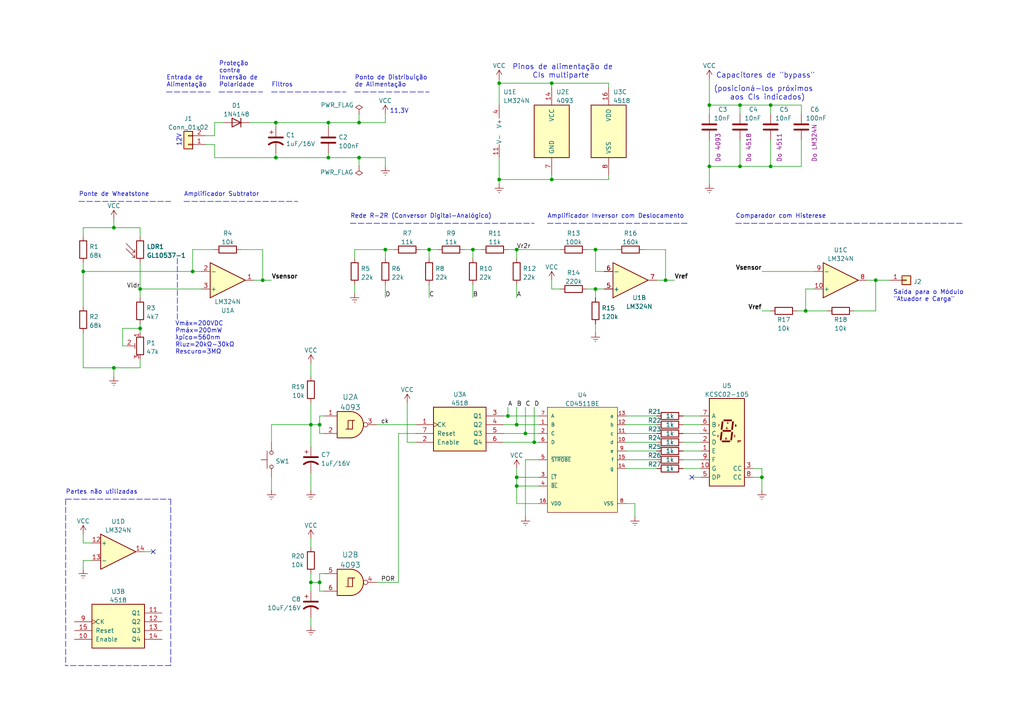
<source format=kicad_sch>
(kicad_sch (version 20211123) (generator eeschema)
  (paper "A4")
  (title_block (title "Sensor com Ajuste Digital de Set-Point para Atuador") (date "2022-09-25") (rev "0.0.0") (company "ETE103 - Fundamentos de Circuitos Analógicos") (comment 1 "Licença: CC-BY-SA (https://creativecommons.org/licenses/by-sa/4.0/)"))
  (lib_symbols
    (symbol "4xxx:4518" (pin_names (offset 1.016))
      (property "Reference" "U" (at -7.62 8.89 0))
      (property "Value" "4518" (at -7.62 -8.89 0))
      (symbol "4518_1_0"
        (pin input clock (at -12.7 0 0) (length 5.08) (name "CK") (number "1"))
        (pin input line (at -12.7 -5.08 0) (length 5.08) (name "Enable") (number "2"))
        (pin output line (at 12.7 2.54 180) (length 5.08) (name "Q1") (number "3"))
        (pin output line (at 12.7 0 180) (length 5.08) (name "Q2") (number "4"))
        (pin output line (at 12.7 -2.54 180) (length 5.08) (name "Q3") (number "5"))
        (pin output line (at 12.7 -5.08 180) (length 5.08) (name "Q4") (number "6"))
        (pin input line (at -12.7 -2.54 0) (length 5.08) (name "Reset") (number "7"))
      )
      (symbol "4518_2_0"
        (pin input line (at -12.7 -5.08 0) (length 5.08) (name "Enable") (number "10"))
        (pin output line (at 12.7 2.54 180) (length 5.08) (name "Q1") (number "11"))
        (pin output line (at 12.7 0 180) (length 5.08) (name "Q2") (number "12"))
        (pin output line (at 12.7 -2.54 180) (length 5.08) (name "Q3") (number "13"))
        (pin output line (at 12.7 -5.08 180) (length 5.08) (name "Q4") (number "14"))
        (pin input line (at -12.7 -2.54 0) (length 5.08) (name "Reset") (number "15"))
        (pin input clock (at -12.7 0 0) (length 5.08) (name "CK") (number "9"))
      )
      (symbol "4518_3_0"
        (pin power_in line (at 0 12.7 270) (length 5.08) (name "VDD") (number "16"))
        (pin power_in line (at 0 -12.7 90) (length 5.08) (name "VSS") (number "8"))
      )
    )
    (symbol "4xxx:HEF4093B" (pin_names (offset 1.016))
      (property "Reference" "U" (at 0 1.27 0))
      (property "Value" "HEF4093B" (at 0 -1.27 0))
      (symbol "HEF4093B_1_1"
        (pin input line (at -7.62 2.54 0) (length 3.81) (name "~") (number "1"))
        (pin input line (at -7.62 -2.54 0) (length 3.81) (name "~") (number "2"))
        (pin output inverted (at 7.62 0 180) (length 3.81) (name "~") (number "3"))
      )
      (symbol "HEF4093B_1_2"
        (pin input inverted (at -7.62 2.54 0) (length 4.318) (name "~") (number "1"))
        (pin input inverted (at -7.62 -2.54 0) (length 4.318) (name "~") (number "2"))
        (pin output line (at 7.62 0 180) (length 3.81) (name "~") (number "3"))
      )
      (symbol "HEF4093B_2_1"
        (pin output inverted (at 7.62 0 180) (length 3.81) (name "~") (number "4"))
        (pin input line (at -7.62 2.54 0) (length 3.81) (name "~") (number "5"))
        (pin input line (at -7.62 -2.54 0) (length 3.81) (name "~") (number "6"))
      )
      (symbol "HEF4093B_2_2"
        (pin output line (at 7.62 0 180) (length 3.81) (name "~") (number "4"))
        (pin input inverted (at -7.62 2.54 0) (length 4.318) (name "~") (number "5"))
        (pin input inverted (at -7.62 -2.54 0) (length 4.318) (name "~") (number "6"))
      )
      (symbol "HEF4093B_3_1"
        (pin output inverted (at 7.62 0 180) (length 3.81) (name "~") (number "10"))
        (pin input line (at -7.62 2.54 0) (length 3.81) (name "~") (number "8"))
        (pin input line (at -7.62 -2.54 0) (length 3.81) (name "~") (number "9"))
      )
      (symbol "HEF4093B_3_2"
        (pin output line (at 7.62 0 180) (length 3.81) (name "~") (number "10"))
        (pin input inverted (at -7.62 2.54 0) (length 4.318) (name "~") (number "8"))
        (pin input inverted (at -7.62 -2.54 0) (length 4.318) (name "~") (number "9"))
      )
      (symbol "HEF4093B_4_1"
        (pin output inverted (at 7.62 0 180) (length 3.81) (name "~") (number "11"))
        (pin input line (at -7.62 2.54 0) (length 3.81) (name "~") (number "12"))
        (pin input line (at -7.62 -2.54 0) (length 3.81) (name "~") (number "13"))
      )
      (symbol "HEF4093B_4_2"
        (pin output line (at 7.62 0 180) (length 3.81) (name "~") (number "11"))
        (pin input inverted (at -7.62 2.54 0) (length 4.318) (name "~") (number "12"))
        (pin input inverted (at -7.62 -2.54 0) (length 4.318) (name "~") (number "13"))
      )
      (symbol "HEF4093B_5_0"
        (pin power_in line (at 0 12.7 270) (length 5.08) (name "VCC") (number "14"))
        (pin power_in line (at 0 -12.7 90) (length 5.08) (name "GND") (number "7"))
      )
    )
    (symbol "Amplifier_Operational:LM324" (pin_names (offset 0.127))
      (property "Reference" "U" (at 0 5.08 0))
      (property "Value" "LM324" (at 0 -5.08 0))
      (symbol "LM324_1_1"
        (pin output line (at 7.62 0 180) (length 2.54) (name "~") (number "1"))
        (pin input line (at -7.62 -2.54 0) (length 2.54) (name "-") (number "2"))
        (pin input line (at -7.62 2.54 0) (length 2.54) (name "+") (number "3"))
      )
      (symbol "LM324_2_1"
        (pin input line (at -7.62 2.54 0) (length 2.54) (name "+") (number "5"))
        (pin input line (at -7.62 -2.54 0) (length 2.54) (name "-") (number "6"))
        (pin output line (at 7.62 0 180) (length 2.54) (name "~") (number "7"))
      )
      (symbol "LM324_3_1"
        (pin input line (at -7.62 2.54 0) (length 2.54) (name "+") (number "10"))
        (pin output line (at 7.62 0 180) (length 2.54) (name "~") (number "8"))
        (pin input line (at -7.62 -2.54 0) (length 2.54) (name "-") (number "9"))
      )
      (symbol "LM324_4_1"
        (pin input line (at -7.62 2.54 0) (length 2.54) (name "+") (number "12"))
        (pin input line (at -7.62 -2.54 0) (length 2.54) (name "-") (number "13"))
        (pin output line (at 7.62 0 180) (length 2.54) (name "~") (number "14"))
      )
      (symbol "LM324_5_1"
        (pin power_in line (at -2.54 -7.62 90) (length 3.81) (name "V-") (number "11"))
        (pin power_in line (at -2.54 7.62 270) (length 3.81) (name "V+") (number "4"))
      )
    )
    (symbol "Connector_Generic:Conn_01x01" (pin_names (offset 1.016) hide)
      (property "Reference" "J" (at 0 2.54 0))
      (property "Value" "Conn_01x01" (at 0 -2.54 0))
      (symbol "Conn_01x01_1_1"
        (pin passive line (at -5.08 0 0) (length 3.81) (name "Pin_1") (number "1"))
      )
    )
    (symbol "Connector_Generic:Conn_01x02" (pin_names (offset 1.016) hide)
      (property "Reference" "J" (at 0 2.54 0))
      (property "Value" "Conn_01x02" (at 0 -5.08 0))
      (symbol "Conn_01x02_1_1"
        (pin passive line (at -5.08 0 0) (length 3.81) (name "Pin_1") (number "1"))
        (pin passive line (at -5.08 -2.54 0) (length 3.81) (name "Pin_2") (number "2"))
      )
    )
    (symbol "DD_CMOS-rescue:C" (pin_numbers hide) (pin_names (offset 0.254))
      (property "Reference" "C" (at 0.635 2.54 0))
      (property "Value" "C" (at 0.635 -2.54 0))
      (symbol "C_1_1"
        (pin passive line (at 0 3.81 270) (length 2.794) (name "~") (number "1"))
        (pin passive line (at 0 -3.81 90) (length 2.794) (name "~") (number "2"))
      )
    )
    (symbol "DD_CMOS-rescue:CP1-Device" (pin_numbers hide) (pin_names (offset 0.254) hide)
      (property "Reference" "C" (at 0.635 2.54 0))
      (property "Value" "CP1-Device" (at 0.635 -2.54 0))
      (symbol "CP1-Device_1_1"
        (pin passive line (at 0 3.81 270) (length 2.794) (name "~") (number "1"))
        (pin passive line (at 0 -3.81 90) (length 3.302) (name "~") (number "2"))
      )
    )
    (symbol "DD_CMOS-rescue:R" (pin_numbers hide) (pin_names (offset 0))
      (property "Reference" "R" (at 2.032 0 90))
      (property "Value" "R" (at 0 0 90))
      (symbol "R_1_1"
        (pin passive line (at 0 3.81 270) (length 1.27) (name "~") (number "1"))
        (pin passive line (at 0 -3.81 90) (length 1.27) (name "~") (number "2"))
      )
    )
    (symbol "Device:C" (pin_numbers hide) (pin_names (offset 0.254))
      (property "Reference" "C" (at 0.635 2.54 0))
      (property "Value" "C" (at 0.635 -2.54 0))
      (symbol "C_1_1"
        (pin passive line (at 0 3.81 270) (length 2.794) (name "~") (number "1"))
        (pin passive line (at 0 -3.81 90) (length 2.794) (name "~") (number "2"))
      )
    )
    (symbol "Device:C_Polarized_US" (pin_numbers hide) (pin_names (offset 0.254) hide)
      (property "Reference" "C" (at 0.635 2.54 0))
      (property "Value" "C_Polarized_US" (at 0.635 -2.54 0))
      (symbol "C_Polarized_US_1_1"
        (pin passive line (at 0 3.81 270) (length 2.794) (name "~") (number "1"))
        (pin passive line (at 0 -3.81 90) (length 3.302) (name "~") (number "2"))
      )
    )
    (symbol "Device:R" (pin_numbers hide) (pin_names (offset 0))
      (property "Reference" "R" (at 2.032 0 90))
      (property "Value" "R" (at 0 0 90))
      (symbol "R_1_1"
        (pin passive line (at 0 3.81 270) (length 1.27) (name "~") (number "1"))
        (pin passive line (at 0 -3.81 90) (length 1.27) (name "~") (number "2"))
      )
    )
    (symbol "Device:R_Potentiometer_Trim" (pin_names (offset 1.016) hide)
      (property "Reference" "RV" (at -4.445 0 90))
      (property "Value" "R_Potentiometer_Trim" (at -2.54 0 90))
      (symbol "R_Potentiometer_Trim_1_1"
        (pin passive line (at 0 3.81 270) (length 1.27) (name "1") (number "1"))
        (pin passive line (at 3.81 0 180) (length 1.27) (name "2") (number "2"))
        (pin passive line (at 0 -3.81 90) (length 1.27) (name "3") (number "3"))
      )
    )
    (symbol "Diode:1N4148" (pin_numbers hide) (pin_names (offset 1.016) hide)
      (property "Reference" "D" (at 0 2.54 0))
      (property "Value" "1N4148" (at 0 -2.54 0))
      (symbol "1N4148_1_1"
        (pin passive line (at -3.81 0 0) (length 2.54) (name "K") (number "1"))
        (pin passive line (at 3.81 0 180) (length 2.54) (name "A") (number "2"))
      )
    )
    (symbol "Display_Character:KCSC02-105" (pin_names (offset 0.635))
      (property "Reference" "U" (at -2.54 13.97 0))
      (property "Value" "KCSC02-105" (at 1.27 13.97 0))
      (symbol "KCSC02-105_0_0"
        (text "A" (at 0.254 5.588 0) (effects (font (size 0.508 0.508))))
        (text "B" (at 2.54 4.826 0) (effects (font (size 0.508 0.508))))
        (text "C" (at 2.286 1.778 0) (effects (font (size 0.508 0.508))))
        (text "D" (at -0.254 1.016 0) (effects (font (size 0.508 0.508))))
        (text "DP" (at 3.556 0.254 0) (effects (font (size 0.508 0.508))))
        (text "E" (at -2.54 1.778 0) (effects (font (size 0.508 0.508))))
        (text "F" (at -2.286 4.826 0) (effects (font (size 0.508 0.508))))
        (text "G" (at 0 4.064 0) (effects (font (size 0.508 0.508))))
      )
      (symbol "KCSC02-105_1_1"
        (pin input line (at -7.62 -2.54 0) (length 2.54) (name "E") (number "1"))
        (pin input line (at -7.62 -7.62 0) (length 2.54) (name "G") (number "10"))
        (pin input line (at -7.62 0 0) (length 2.54) (name "D") (number "2"))
        (pin input line (at 7.62 -7.62 180) (length 2.54) (name "CC") (number "3"))
        (pin input line (at -7.62 2.54 0) (length 2.54) (name "C") (number "4"))
        (pin input line (at -7.62 -10.16 0) (length 2.54) (name "DP") (number "5"))
        (pin input line (at -7.62 5.08 0) (length 2.54) (name "B") (number "6"))
        (pin input line (at -7.62 7.62 0) (length 2.54) (name "A") (number "7"))
        (pin input line (at 7.62 -10.16 180) (length 2.54) (name "CC") (number "8"))
        (pin input line (at -7.62 -5.08 0) (length 2.54) (name "F") (number "9"))
      )
    )
    (symbol "Switch:SW_Push" (pin_numbers hide) (pin_names (offset 1.016) hide)
      (property "Reference" "SW" (at 1.27 2.54 0))
      (property "Value" "SW_Push" (at 0 -1.524 0))
      (symbol "SW_Push_0_1"
        (pin passive line (at -5.08 0 0) (length 2.54) (name "1") (number "1"))
        (pin passive line (at 5.08 0 180) (length 2.54) (name "2") (number "2"))
      )
    )
    (symbol "eec:CD4511BE" (pin_names (offset 1.016))
      (property "Reference" "U" (at 0 5.08 0))
      (property "Value" "CD4511BE" (at 0 7.62 0))
      (symbol "CD4511BE_1_1"
        (pin input line (at 2.54 -2.54 0) (length 2.54) (name "B") (number "1"))
        (pin output line (at 27.94 -7.62 180) (length 2.54) (name "d") (number "10"))
        (pin output line (at 27.94 -5.08 180) (length 2.54) (name "c") (number "11"))
        (pin output line (at 27.94 -2.54 180) (length 2.54) (name "b") (number "12"))
        (pin output line (at 27.94 0 180) (length 2.54) (name "a") (number "13"))
        (pin output line (at 27.94 -15.24 180) (length 2.54) (name "g") (number "14"))
        (pin output line (at 27.94 -12.7 180) (length 2.54) (name "f") (number "15"))
        (pin power_in line (at 2.54 -25.4 0) (length 2.54) (name "VDD") (number "16"))
        (pin input line (at 2.54 -5.08 0) (length 2.54) (name "C") (number "2"))
        (pin input line (at 2.54 -17.78 0) (length 2.54) (name "~{LT}") (number "3"))
        (pin input line (at 2.54 -20.32 0) (length 2.54) (name "~{BL}") (number "4"))
        (pin input line (at 2.54 -12.7 0) (length 2.54) (name "~{STROBE}") (number "5"))
        (pin input line (at 2.54 -7.62 0) (length 2.54) (name "D") (number "6"))
        (pin input line (at 2.54 0 0) (length 2.54) (name "A") (number "7"))
        (pin power_in line (at 27.94 -25.4 180) (length 2.54) (name "VSS") (number "8"))
        (pin output line (at 27.94 -10.16 180) (length 2.54) (name "e") (number "9"))
      )
    )
    (symbol "ldr-ponte-rescue:R_PHOTO-Device" (pin_numbers hide) (pin_names (offset 0))
      (property "Reference" "R" (at 1.27 1.27 0))
      (property "Value" "R_PHOTO-Device" (at 1.27 0 0))
      (symbol "R_PHOTO-Device_1_1"
        (pin passive line (at 0 3.81 270) (length 1.27) (name "~") (number "1"))
        (pin passive line (at 0 -3.81 90) (length 1.27) (name "~") (number "2"))
      )
    )
    (symbol "power:Earth" (power) (pin_names (offset 0))
      (symbol "Earth_1_1"
        (pin power_in line (at 0 0 270) (length 0) hide (name "Earth") (number "1"))
      )
    )
    (symbol "power:PWR_FLAG" (power) (pin_numbers hide) (pin_names (offset 0) hide)
      (property "Value" "PWR_FLAG" (at 0 3.81 0))
      (symbol "PWR_FLAG_0_0"
        (pin power_out line (at 0 0 90) (length 0) (name "pwr") (number "1"))
      )
    )
    (symbol "power:VCC" (power) (pin_names (offset 0))
      (property "Value" "VCC" (at 0 3.81 0))
      (symbol "VCC_1_1"
        (pin power_in line (at 0 0 90) (length 0) hide (name "VCC") (number "1"))
      )
    )
  )
  (junction (at 223.52 30.48))
  (junction (at 111.76 72.39))
  (junction (at 80.01 35.56))
  (junction (at 172.72 83.82))
  (junction (at 154.94 128.27))
  (junction (at 152.4 125.73))
  (junction (at 233.68 90.17))
  (junction (at 104.14 35.56))
  (junction (at 24.13 78.74))
  (junction (at 40.64 95.25))
  (junction (at 33.02 106.68))
  (junction (at 33.02 66.04))
  (junction (at 144.78 52.07))
  (junction (at 55.88 78.74))
  (junction (at 92.71 123.19))
  (junction (at 90.17 123.19))
  (junction (at 220.98 138.43))
  (junction (at 205.74 48.26))
  (junction (at 95.25 35.56))
  (junction (at 149.86 72.39))
  (junction (at 160.02 24.13))
  (junction (at 160.02 52.07))
  (junction (at 223.52 48.26))
  (junction (at 144.78 24.13))
  (junction (at 90.17 168.91))
  (junction (at 124.46 72.39))
  (junction (at 147.32 120.65))
  (junction (at 214.63 48.26))
  (junction (at 193.04 81.28))
  (junction (at 214.63 30.48))
  (junction (at 104.14 45.72))
  (junction (at 149.86 140.97))
  (junction (at 172.72 72.39))
  (junction (at 80.01 45.72))
  (junction (at 40.64 83.82))
  (junction (at 95.25 45.72))
  (junction (at 254 81.28))
  (junction (at 149.86 123.19))
  (junction (at 137.16 72.39))
  (junction (at 205.74 30.48))
  (junction (at 76.2 81.28))
  (junction (at 92.71 168.91))
  (junction (at 149.86 138.43))
  (no_connect (at 200.66 138.43))
  (no_connect (at 44.45 160.02))
  (wire (pts (xy 95.25 44.45) (xy 95.25 45.72)))
  (wire (pts (xy 233.68 90.17) (xy 240.03 90.17)))
  (wire (pts (xy 24.13 68.58) (xy 24.13 66.04)))
  (wire (pts (xy 111.76 45.72) (xy 111.76 48.26)))
  (wire (pts (xy 198.12 123.19) (xy 203.2 123.19)))
  (wire (pts (xy 156.21 133.35) (xy 152.4 133.35)))
  (wire (pts (xy 184.15 146.05) (xy 184.15 149.86)))
  (wire (pts (xy 124.46 74.93) (xy 124.46 72.39)))
  (wire (pts (xy 186.69 72.39) (xy 193.04 72.39)))
  (wire (pts (xy 144.78 24.13) (xy 160.02 24.13)))
  (polyline (pts (xy 49.53 144.78) (xy 49.53 193.04)))
  (wire (pts (xy 92.71 168.91) (xy 90.17 168.91)))
  (wire (pts (xy 220.98 90.17) (xy 223.52 90.17)))
  (polyline (pts (xy 102.87 26.67) (xy 124.46 26.67)))
  (wire (pts (xy 109.22 168.91) (xy 115.57 168.91)))
  (wire (pts (xy 156.21 138.43) (xy 149.86 138.43)))
  (wire (pts (xy 156.21 146.05) (xy 149.86 146.05)))
  (wire (pts (xy 205.74 48.26) (xy 205.74 53.34)))
  (wire (pts (xy 193.04 81.28) (xy 190.5 81.28)))
  (wire (pts (xy 111.76 74.93) (xy 111.76 72.39)))
  (wire (pts (xy 102.87 72.39) (xy 111.76 72.39)))
  (wire (pts (xy 176.53 50.8) (xy 176.53 52.07)))
  (wire (pts (xy 198.12 133.35) (xy 203.2 133.35)))
  (wire (pts (xy 152.4 118.11) (xy 152.4 125.73)))
  (wire (pts (xy 146.05 120.65) (xy 147.32 120.65)))
  (wire (pts (xy 137.16 82.55) (xy 137.16 86.36)))
  (wire (pts (xy 220.98 78.74) (xy 236.22 78.74)))
  (wire (pts (xy 33.02 106.68) (xy 33.02 109.22)))
  (wire (pts (xy 205.74 48.26) (xy 214.63 48.26)))
  (wire (pts (xy 198.12 130.81) (xy 203.2 130.81)))
  (wire (pts (xy 144.78 52.07) (xy 144.78 53.34)))
  (wire (pts (xy 33.02 106.68) (xy 40.64 106.68)))
  (wire (pts (xy 121.92 72.39) (xy 124.46 72.39)))
  (wire (pts (xy 152.4 133.35) (xy 152.4 149.86)))
  (wire (pts (xy 118.11 128.27) (xy 120.65 128.27)))
  (wire (pts (xy 181.61 120.65) (xy 190.5 120.65)))
  (wire (pts (xy 93.98 166.37) (xy 92.71 166.37)))
  (wire (pts (xy 220.98 138.43) (xy 218.44 138.43)))
  (wire (pts (xy 90.17 168.91) (xy 90.17 171.45)))
  (wire (pts (xy 40.64 76.2) (xy 40.64 83.82)))
  (wire (pts (xy 220.98 135.89) (xy 220.98 138.43)))
  (wire (pts (xy 40.64 93.98) (xy 40.64 95.25)))
  (wire (pts (xy 111.76 72.39) (xy 114.3 72.39)))
  (wire (pts (xy 147.32 72.39) (xy 149.86 72.39)))
  (wire (pts (xy 144.78 22.86) (xy 144.78 24.13)))
  (wire (pts (xy 95.25 35.56) (xy 95.25 36.83)))
  (wire (pts (xy 76.2 72.39) (xy 76.2 81.28)))
  (wire (pts (xy 160.02 25.4) (xy 160.02 24.13)))
  (wire (pts (xy 59.69 41.91) (xy 62.23 41.91)))
  (polyline (pts (xy 63.5 26.67) (xy 76.2 26.67)))
  (wire (pts (xy 80.01 35.56) (xy 95.25 35.56)))
  (wire (pts (xy 223.52 48.26) (xy 223.52 40.64)))
  (wire (pts (xy 24.13 78.74) (xy 24.13 88.9)))
  (polyline (pts (xy 213.36 64.77) (xy 279.4 64.77)))
  (wire (pts (xy 137.16 72.39) (xy 139.7 72.39)))
  (wire (pts (xy 104.14 45.72) (xy 104.14 48.26)))
  (wire (pts (xy 40.64 104.14) (xy 40.64 106.68)))
  (wire (pts (xy 80.01 35.56) (xy 80.01 36.83)))
  (wire (pts (xy 176.53 24.13) (xy 176.53 25.4)))
  (wire (pts (xy 205.74 48.26) (xy 205.74 40.64)))
  (wire (pts (xy 149.86 135.89) (xy 149.86 138.43)))
  (wire (pts (xy 223.52 30.48) (xy 232.41 30.48)))
  (wire (pts (xy 198.12 120.65) (xy 203.2 120.65)))
  (wire (pts (xy 198.12 128.27) (xy 203.2 128.27)))
  (wire (pts (xy 172.72 83.82) (xy 175.26 83.82)))
  (wire (pts (xy 233.68 83.82) (xy 233.68 90.17)))
  (wire (pts (xy 102.87 74.93) (xy 102.87 72.39)))
  (wire (pts (xy 35.56 100.33) (xy 35.56 95.25)))
  (wire (pts (xy 146.05 128.27) (xy 154.94 128.27)))
  (wire (pts (xy 62.23 45.72) (xy 80.01 45.72)))
  (wire (pts (xy 111.76 35.56) (xy 111.76 33.02)))
  (wire (pts (xy 172.72 72.39) (xy 179.07 72.39)))
  (wire (pts (xy 160.02 81.28) (xy 160.02 83.82)))
  (wire (pts (xy 146.05 123.19) (xy 149.86 123.19)))
  (wire (pts (xy 92.71 125.73) (xy 93.98 125.73)))
  (wire (pts (xy 144.78 52.07) (xy 160.02 52.07)))
  (wire (pts (xy 172.72 96.52) (xy 172.72 93.98)))
  (wire (pts (xy 181.61 128.27) (xy 190.5 128.27)))
  (polyline (pts (xy 48.26 26.67) (xy 60.96 26.67)))
  (wire (pts (xy 41.91 160.02) (xy 44.45 160.02)))
  (wire (pts (xy 149.86 118.11) (xy 149.86 123.19)))
  (wire (pts (xy 80.01 44.45) (xy 80.01 45.72)))
  (wire (pts (xy 92.71 168.91) (xy 92.71 171.45)))
  (wire (pts (xy 92.71 123.19) (xy 92.71 125.73)))
  (wire (pts (xy 181.61 130.81) (xy 190.5 130.81)))
  (wire (pts (xy 137.16 74.93) (xy 137.16 72.39)))
  (polyline (pts (xy 22.86 58.42) (xy 49.53 58.42)))
  (wire (pts (xy 181.61 125.73) (xy 190.5 125.73)))
  (wire (pts (xy 147.32 118.11) (xy 147.32 120.65)))
  (wire (pts (xy 181.61 133.35) (xy 190.5 133.35)))
  (wire (pts (xy 62.23 41.91) (xy 62.23 45.72)))
  (wire (pts (xy 80.01 45.72) (xy 95.25 45.72)))
  (wire (pts (xy 181.61 135.89) (xy 190.5 135.89)))
  (wire (pts (xy 35.56 95.25) (xy 40.64 95.25)))
  (wire (pts (xy 214.63 33.02) (xy 214.63 30.48)))
  (wire (pts (xy 109.22 123.19) (xy 120.65 123.19)))
  (wire (pts (xy 78.74 138.43) (xy 78.74 142.24)))
  (wire (pts (xy 78.74 123.19) (xy 90.17 123.19)))
  (wire (pts (xy 69.85 72.39) (xy 76.2 72.39)))
  (polyline (pts (xy 19.05 144.78) (xy 49.53 144.78)))
  (wire (pts (xy 214.63 30.48) (xy 223.52 30.48)))
  (wire (pts (xy 172.72 78.74) (xy 175.26 78.74)))
  (wire (pts (xy 55.88 72.39) (xy 62.23 72.39)))
  (wire (pts (xy 24.13 162.56) (xy 26.67 162.56)))
  (wire (pts (xy 95.25 35.56) (xy 104.14 35.56)))
  (wire (pts (xy 149.86 82.55) (xy 149.86 86.36)))
  (wire (pts (xy 26.67 157.48) (xy 24.13 157.48)))
  (wire (pts (xy 181.61 146.05) (xy 184.15 146.05)))
  (polyline (pts (xy 53.34 58.42) (xy 86.36 58.42)))
  (wire (pts (xy 154.94 118.11) (xy 154.94 128.27)))
  (wire (pts (xy 198.12 135.89) (xy 203.2 135.89)))
  (wire (pts (xy 78.74 123.19) (xy 78.74 128.27)))
  (wire (pts (xy 92.71 171.45) (xy 93.98 171.45)))
  (wire (pts (xy 160.02 83.82) (xy 162.56 83.82)))
  (wire (pts (xy 220.98 135.89) (xy 218.44 135.89)))
  (wire (pts (xy 149.86 72.39) (xy 149.86 74.93)))
  (wire (pts (xy 115.57 125.73) (xy 115.57 168.91)))
  (wire (pts (xy 92.71 120.65) (xy 92.71 123.19)))
  (wire (pts (xy 90.17 105.41) (xy 90.17 109.22)))
  (wire (pts (xy 111.76 82.55) (xy 111.76 86.36)))
  (wire (pts (xy 205.74 30.48) (xy 205.74 22.86)))
  (wire (pts (xy 24.13 106.68) (xy 24.13 96.52)))
  (wire (pts (xy 172.72 86.36) (xy 172.72 83.82)))
  (wire (pts (xy 92.71 166.37) (xy 92.71 168.91)))
  (wire (pts (xy 170.18 83.82) (xy 172.72 83.82)))
  (wire (pts (xy 146.05 125.73) (xy 152.4 125.73)))
  (wire (pts (xy 95.25 45.72) (xy 104.14 45.72)))
  (wire (pts (xy 102.87 85.09) (xy 102.87 82.55)))
  (wire (pts (xy 33.02 63.5) (xy 33.02 66.04)))
  (wire (pts (xy 124.46 72.39) (xy 127 72.39)))
  (wire (pts (xy 90.17 179.07) (xy 90.17 181.61)))
  (wire (pts (xy 36.83 100.33) (xy 35.56 100.33)))
  (wire (pts (xy 149.86 72.39) (xy 162.56 72.39)))
  (wire (pts (xy 172.72 72.39) (xy 172.72 78.74)))
  (wire (pts (xy 149.86 140.97) (xy 149.86 146.05)))
  (wire (pts (xy 24.13 106.68) (xy 33.02 106.68)))
  (wire (pts (xy 232.41 33.02) (xy 232.41 30.48)))
  (wire (pts (xy 254 81.28) (xy 257.81 81.28)))
  (wire (pts (xy 152.4 125.73) (xy 156.21 125.73)))
  (wire (pts (xy 24.13 162.56) (xy 24.13 165.1)))
  (wire (pts (xy 72.39 35.56) (xy 80.01 35.56)))
  (wire (pts (xy 251.46 81.28) (xy 254 81.28)))
  (wire (pts (xy 144.78 45.72) (xy 144.78 52.07)))
  (wire (pts (xy 90.17 158.75) (xy 90.17 156.21)))
  (wire (pts (xy 115.57 125.73) (xy 120.65 125.73)))
  (wire (pts (xy 205.74 33.02) (xy 205.74 30.48)))
  (wire (pts (xy 205.74 30.48) (xy 214.63 30.48)))
  (wire (pts (xy 160.02 24.13) (xy 176.53 24.13)))
  (wire (pts (xy 170.18 72.39) (xy 172.72 72.39)))
  (wire (pts (xy 134.62 72.39) (xy 137.16 72.39)))
  (wire (pts (xy 24.13 66.04) (xy 33.02 66.04)))
  (wire (pts (xy 104.14 33.02) (xy 104.14 35.56)))
  (wire (pts (xy 104.14 35.56) (xy 111.76 35.56)))
  (wire (pts (xy 104.14 45.72) (xy 111.76 45.72)))
  (polyline (pts (xy 158.75 64.77) (xy 199.39 64.77)))
  (wire (pts (xy 55.88 78.74) (xy 58.42 78.74)))
  (wire (pts (xy 147.32 120.65) (xy 156.21 120.65)))
  (wire (pts (xy 144.78 24.13) (xy 144.78 30.48)))
  (wire (pts (xy 193.04 72.39) (xy 193.04 81.28)))
  (wire (pts (xy 247.65 90.17) (xy 254 90.17)))
  (wire (pts (xy 73.66 81.28) (xy 76.2 81.28)))
  (wire (pts (xy 24.13 78.74) (xy 55.88 78.74)))
  (wire (pts (xy 118.11 116.84) (xy 118.11 128.27)))
  (wire (pts (xy 149.86 123.19) (xy 156.21 123.19)))
  (wire (pts (xy 124.46 82.55) (xy 124.46 86.36)))
  (wire (pts (xy 40.64 95.25) (xy 40.64 96.52)))
  (wire (pts (xy 149.86 138.43) (xy 149.86 140.97)))
  (wire (pts (xy 90.17 166.37) (xy 90.17 168.91)))
  (wire (pts (xy 90.17 142.24) (xy 90.17 137.16)))
  (wire (pts (xy 33.02 66.04) (xy 40.64 66.04)))
  (wire (pts (xy 24.13 154.94) (xy 24.13 157.48)))
  (polyline (pts (xy 49.53 193.04) (xy 19.05 193.04)))
  (wire (pts (xy 156.21 140.97) (xy 149.86 140.97)))
  (wire (pts (xy 232.41 40.64) (xy 232.41 48.26)))
  (wire (pts (xy 214.63 40.64) (xy 214.63 48.26)))
  (wire (pts (xy 62.23 35.56) (xy 64.77 35.56)))
  (wire (pts (xy 223.52 48.26) (xy 232.41 48.26)))
  (wire (pts (xy 193.04 81.28) (xy 195.58 81.28)))
  (wire (pts (xy 40.64 66.04) (xy 40.64 68.58)))
  (wire (pts (xy 200.66 138.43) (xy 203.2 138.43)))
  (wire (pts (xy 223.52 48.26) (xy 214.63 48.26)))
  (wire (pts (xy 160.02 52.07) (xy 176.53 52.07)))
  (wire (pts (xy 93.98 120.65) (xy 92.71 120.65)))
  (wire (pts (xy 55.88 72.39) (xy 55.88 78.74)))
  (polyline (pts (xy 51.435 74.93) (xy 51.435 92.71)))
  (wire (pts (xy 154.94 128.27) (xy 156.21 128.27)))
  (wire (pts (xy 40.64 83.82) (xy 40.64 86.36)))
  (wire (pts (xy 90.17 116.84) (xy 90.17 123.19)))
  (wire (pts (xy 223.52 33.02) (xy 223.52 30.48)))
  (polyline (pts (xy 19.05 144.78) (xy 19.05 193.04)))
  (polyline (pts (xy 101.6 64.77) (xy 154.94 64.77)))
  (wire (pts (xy 76.2 81.28) (xy 78.74 81.28)))
  (wire (pts (xy 24.13 76.2) (xy 24.13 78.74)))
  (wire (pts (xy 160.02 52.07) (xy 160.02 50.8)))
  (wire (pts (xy 231.14 90.17) (xy 233.68 90.17)))
  (wire (pts (xy 220.98 138.43) (xy 220.98 142.24)))
  (polyline (pts (xy 78.74 26.67) (xy 100.33 26.67)))
  (wire (pts (xy 236.22 83.82) (xy 233.68 83.82)))
  (wire (pts (xy 90.17 123.19) (xy 90.17 129.54)))
  (wire (pts (xy 198.12 125.73) (xy 203.2 125.73)))
  (wire (pts (xy 181.61 123.19) (xy 190.5 123.19)))
  (wire (pts (xy 62.23 39.37) (xy 62.23 35.56)))
  (wire (pts (xy 40.64 83.82) (xy 58.42 83.82)))
  (wire (pts (xy 59.69 39.37) (xy 62.23 39.37)))
  (wire (pts (xy 90.17 123.19) (xy 92.71 123.19)))
  (wire (pts (xy 254 90.17) (xy 254 81.28)))
  (text "Vmáx=200VDC\nPmáx=200mW\nλpico=560nm\nRluz=20kΩ-30kΩ\nRescuro=3MΩ" (at 50.8 102.87 0) (effects (font (size 1.27 1.27)) (justify left bottom)))
  (text "Amplificador Inversor com Deslocamento" (at 158.75 63.5 0) (effects (font (size 1.27 1.27)) (justify left bottom)))
  (text "Proteção\ncontra\nInversão de\nPolaridade" (at 63.5 25.4 0) (effects (font (size 1.27 1.27)) (justify left bottom)))
  (text "Partes não utilizadas" (at 19.05 143.51 0) (effects (font (size 1.27 1.27)) (justify left bottom)))
  (text "Capacitores de \"bypass\"" (at 207.645 22.86 0) (effects (font (size 1.524 1.524)) (justify left bottom)))
  (text "(posicioná-los próximos\n    aos CIs indicados)" (at 207.01 29.21 0) (effects (font (size 1.524 1.524)) (justify left bottom)))
  (text "Entrada de\nAlimentação" (at 48.26 25.4 0) (effects (font (size 1.27 1.27)) (justify left bottom)))
  (text "Filtros" (at 78.74 25.4 0) (effects (font (size 1.27 1.27)) (justify left bottom)))
  (text "Rede R-2R (Conversor Digital-Analógico)" (at 101.6 63.5 0) (effects (font (size 1.27 1.27)) (justify left bottom)))
  (text "Pinos de alimentação de\n     CIs multiparte" (at 148.59 22.86 0) (effects (font (size 1.524 1.524)) (justify left bottom)))
  (text "Ponte de Wheatstone" (at 22.86 57.15 0) (effects (font (size 1.27 1.27)) (justify left bottom)))
  (text "Amplificador Subtrator" (at 53.34 57.15 0) (effects (font (size 1.27 1.27)) (justify left bottom)))
  (text "Saída para o Módulo\n\"Atuador e Carga\"" (at 259.08 87.63 0) (effects (font (size 1.27 1.27)) (justify left bottom)))
  (text "Ponto de Distribuição\nde Alimentação" (at 102.87 25.4 0) (effects (font (size 1.27 1.27)) (justify left bottom)))
  (text "12V" (at 52.705 42.545 90) (effects (font (size 1.27 1.27)) (justify left bottom)))
  (text "11,3V" (at 113.03 33.02 0) (effects (font (size 1.27 1.27)) (justify left bottom)))
  (text "Comparador com Histerese" (at 213.36 63.5 0) (effects (font (size 1.27 1.27)) (justify left bottom)))
  (label "Vldr" (at 40.64 83.82 180))
  (label "D" (at 154.94 118.11 0))
  (label "B" (at 149.86 118.11 0))
  (label "POR" (at 110.49 168.91 0))
  (label "Vsensor" (at 220.98 78.74 180) (effects (font (thickness 0.254) bold)))
  (label "D" (at 111.76 86.36 0))
  (label "C" (at 152.4 118.11 0))
  (label "Vsensor" (at 78.74 81.28 0) (effects (font (thickness 0.254) bold)))
  (label "ck" (at 110.49 123.19 0))
  (label "C" (at 124.46 86.36 0))
  (label "Vref" (at 195.58 81.28 0) (effects (font (thickness 0.254) bold)))
  (label "Vref" (at 220.98 90.17 180) (effects (font bold)))
  (label "A" (at 149.86 86.36 0))
  (label "Vr2r" (at 149.86 72.39 0))
  (label "A" (at 147.32 118.11 0))
  (label "B" (at 137.16 86.36 0))
  (symbol (lib_id "power:VCC") (at 149.86 135.89 0) (unit 1)
    (property "Reference" "#PWR017" (effects hide))
    (property "Value" "VCC" (at 149.86 132.08 0))
  )
  (symbol (lib_id "Amplifier_Operational:LM324") (at 66.04 81.28 0) (mirror x) (unit 1)
    (property "Reference" "U1" (at 66.04 90.0598 0))
    (property "Value" "LM324N" (at 66.04 87.5229 0))
    (property "Datasheet" "http://www.ti.com/lit/ds/symlink/lm2902-n.pdf" (effects hide))
  )
  (symbol (lib_id "Device:R") (at 172.72 90.17 180) (unit 1)
    (property "Reference" "R15" (at 174.498 89.3353 0) (effects (justify right)))
    (property "Value" "120k" (at 174.498 91.8722 0) (effects (justify right)))
  )
  (symbol (lib_id "Device:R") (at 182.88 72.39 90) (unit 1)
    (property "Reference" "R16" (at 182.88 67.6742 90))
    (property "Value" "160k" (at 182.88 70.2111 90))
  )
  (symbol (lib_id "Connector_Generic:Conn_01x01") (at 262.89 81.28 0) (unit 1)
    (property "Reference" "J2" (at 264.922 81.7138 0) (effects (justify left)))
    (property "Value" "Conn_01x01" (effects hide))
  )
  (symbol (lib_id "Device:R") (at 66.04 72.39 90) (mirror x) (unit 1)
    (property "Reference" "R4" (at 66.04 67.6742 90))
    (property "Value" "10k" (at 66.04 70.2111 90))
  )
  (symbol (lib_id "DD_CMOS-rescue:R") (at 194.31 123.19 90) (unit 1)
    (property "Reference" "R22" (at 189.865 121.92 90))
    (property "Value" "1k" (at 194.31 123.19 90))
    (property "Footprint" "Resistor_THT:R_Axial_DIN0207_L6.3mm_D2.5mm_P10.16mm_Horizontal" (effects hide))
  )
  (symbol (lib_id "Device:R") (at 143.51 72.39 90) (unit 1)
    (property "Reference" "R11" (at 143.51 67.6742 90))
    (property "Value" "11k" (at 143.51 70.2111 90))
  )
  (symbol (lib_id "Device:R") (at 111.76 78.74 0) (unit 1)
    (property "Reference" "R6" (at 113.538 77.9053 0) (effects (justify left)))
    (property "Value" "22k" (at 113.538 80.4422 0) (effects (justify left)))
  )
  (symbol (lib_id "power:Earth") (at 205.74 53.34 0) (unit 1)
    (property "Reference" "#PWR022" (effects hide))
    (property "Value" "Earth" (effects hide))
  )
  (symbol (lib_id "Device:R") (at 166.37 83.82 270) (unit 1)
    (property "Reference" "R14" (at 166.37 79.1042 90))
    (property "Value" "220k" (at 166.37 81.6411 90))
  )
  (symbol (lib_id "Device:R_Potentiometer_Trim") (at 40.64 100.33 0) (mirror y) (unit 1)
    (property "Reference" "P1" (at 42.418 99.4953 0) (effects (justify right)))
    (property "Value" "47k" (at 42.418 102.0322 0) (effects (justify right)))
  )
  (symbol (lib_id "Device:R") (at 166.37 72.39 90) (unit 1)
    (property "Reference" "R13" (at 166.37 67.6742 90))
    (property "Value" "100k" (at 166.37 70.2111 90))
  )
  (symbol (lib_id "power:Earth") (at 24.13 165.1 0) (unit 1)
    (property "Reference" "#PWR023" (effects hide))
    (property "Value" "Earth" (effects hide))
  )
  (symbol (lib_id "power:Earth") (at 90.17 142.24 0) (unit 1)
    (property "Reference" "#PWR013" (effects hide))
    (property "Value" "Earth" (effects hide))
  )
  (symbol (lib_id "Display_Character:KCSC02-105") (at 210.82 128.27 0) (unit 1)
    (property "Reference" "U5" (at 210.82 111.8702 0))
    (property "Value" "KCSC02-105" (at 210.82 114.4071 0))
    (property "Footprint" "Display_7Segment:KCSC02-105" (effects hide))
    (property "Datasheet" "http://www.kingbright.com/attachments/file/psearch/000/00/00/KCSC02-105(Ver.9A).pdf" (effects hide))
  )
  (symbol (lib_id "power:VCC") (at 205.74 22.86 0) (unit 1)
    (property "Reference" "#PWR07" (effects hide))
    (property "Value" "VCC" (at 205.74 19.05 0))
  )
  (symbol (lib_id "DD_CMOS-rescue:R") (at 194.31 133.35 90) (unit 1)
    (property "Reference" "R26" (at 189.865 132.08 90))
    (property "Value" "1k" (at 194.31 133.35 90))
    (property "Footprint" "Resistor_THT:R_Axial_DIN0207_L6.3mm_D2.5mm_P10.16mm_Horizontal" (effects hide))
  )
  (symbol (lib_id "DD_CMOS-rescue:R") (at 194.31 120.65 90) (unit 1)
    (property "Reference" "R21" (at 189.865 119.38 90))
    (property "Value" "1k" (at 194.31 120.65 90))
    (property "Footprint" "Resistor_THT:R_Axial_DIN0207_L6.3mm_D2.5mm_P10.16mm_Horizontal" (effects hide))
  )
  (symbol (lib_id "ldr-ponte-rescue:R_PHOTO-Device") (at 40.64 72.39 0) (unit 1)
    (property "Reference" "LDR1" (at 42.418 71.5553 0) (effects (font bold) (justify left)))
    (property "Value" "GL10537-1" (at 42.418 74.0922 0) (effects (font bold) (justify left)))
    (property "Datasheet" "https://storage.googleapis.com/baudaeletronicadatasheet/LDR%20GL105%20series.pdf" (effects hide))
    (property "Observação" "Vmáx=200VDC, Pmáx=200mW, λpico=560nm, Rluz=20k-30k, Rescuro=3M, (Baú da Eletrônica)" (effects hide))
    (property "Spice_Primitive" "R" (effects hide))
    (property "Spice_Model" "250k" (effects hide))
    (property "Spice_Netlist_Enabled" "Y" (effects hide))
  )
  (symbol (lib_id "Device:R") (at 102.87 78.74 0) (unit 1)
    (property "Reference" "R5" (at 104.648 77.9053 0) (effects (justify left)))
    (property "Value" "22k" (at 104.648 80.4422 0) (effects (justify left)))
  )
  (symbol (lib_id "power:Earth") (at 172.72 96.52 0) (unit 1)
    (property "Reference" "#PWR010" (effects hide))
    (property "Value" "Earth" (effects hide))
  )
  (symbol (lib_id "power:VCC") (at 160.02 81.28 0) (unit 1)
    (property "Reference" "#PWR09" (effects hide))
    (property "Value" "VCC" (at 160.02 77.47 0))
  )
  (symbol (lib_id "DD_CMOS-rescue:R") (at 194.31 135.89 90) (unit 1)
    (property "Reference" "R27" (at 189.865 134.62 90))
    (property "Value" "1k" (at 194.31 135.89 90))
    (property "Footprint" "Resistor_THT:R_Axial_DIN0207_L6.3mm_D2.5mm_P10.16mm_Horizontal" (effects hide))
  )
  (symbol (lib_id "Connector_Generic:Conn_01x02") (at 54.61 41.91 180) (unit 1)
    (property "Reference" "J1" (at 54.61 34.4002 0))
    (property "Value" "Conn_01x02" (at 54.61 36.9371 0))
  )
  (symbol (lib_id "power:VCC") (at 111.76 33.02 0) (unit 1)
    (property "Reference" "#PWR04" (effects hide))
    (property "Value" "VCC" (at 111.76 29.21 0))
  )
  (symbol (lib_id "eec:CD4511BE") (at 153.67 120.65 0) (unit 1)
    (property "Reference" "U4" (at 168.91 114.5372 0))
    (property "Value" "CD4511BE" (at 168.91 117.0741 0))
    (property "Footprint" "Texas_Instruments-CD4511BE-*" (effects hide))
    (property "Datasheet" "http://www.ti.com/general/docs/lit/getliterature.tsp?genericPartNumber=CD4511B&fileType=pdf" (effects hide))
    (property "Code  JEDEC" "MS-001" (effects hide))
    (property "Component Link 1 Description" "Manufacturer URL" (effects hide))
    (property "Component Link 1 URL" "http://www.ti.com/" (effects hide))
    (property "Component Link 3 Description" "Package Specification" (effects hide))
    (property "Component Link 3 URL" "http://www.ti.com/litv/pdf/mpdi002c" (effects hide))
    (property "Datasheet Version" "SCHS072B" (effects hide))
    (property "Mounting Technology" "Through Hole" (effects hide))
    (property "Package Description" "16-Pin Plastic In-Line, Body 19.305 x 6.35 mm, Pitch 2.54 mm" (effects hide))
    (property "Package Version" "4040049/E" (effects hide))
    (property "Rating" "Military" (effects hide))
    (property "Sub Family" "Discrete Segment LED Driver" (effects hide))
    (property "Vin Max V" "18" (effects hide))
    (property "Vin Min V" "3" (effects hide))
    (property "category" "IC" (effects hide))
    (property "ciiva ids" "13585921" (effects hide))
    (property "library id" "8d74ce39b66b2924" (effects hide))
    (property "manufacturer" "Texas Instruments" (effects hide))
    (property "package" "N0016A" (effects hide))
    (property "release date" "1464591341" (effects hide))
    (property "rohs" "Yes" (effects hide))
    (property "vault revision" "B4FF7ED3-A38F-4FCD-BB2B-34C921878191" (effects hide))
    (property "imported" "yes" (effects hide))
  )
  (symbol (lib_id "Device:R") (at 227.33 90.17 90) (unit 1)
    (property "Reference" "R17" (at 227.33 92.71 90))
    (property "Value" "10k" (at 227.33 95.25 90))
  )
  (symbol (lib_id "Device:C_Polarized_US") (at 80.01 40.64 0) (unit 1)
    (property "Reference" "C1" (at 82.931 39.1703 0) (effects (justify left)))
    (property "Value" "1uF/16V" (at 82.931 41.7072 0) (effects (justify left)))
  )
  (symbol (lib_id "power:Earth") (at 220.98 142.24 0) (unit 1)
    (property "Reference" "#PWR020" (effects hide))
    (property "Value" "Earth" (effects hide))
  )
  (symbol (lib_id "Device:R") (at 149.86 78.74 0) (unit 1)
    (property "Reference" "R12" (at 151.638 77.9053 0) (effects (justify left)))
    (property "Value" "22k" (at 151.638 80.4422 0) (effects (justify left)))
  )
  (symbol (lib_id "power:VCC") (at 90.17 156.21 0) (unit 1)
    (property "Reference" "#PWR014" (effects hide))
    (property "Value" "VCC" (at 90.17 152.4 0))
  )
  (symbol (lib_id "power:VCC") (at 90.17 105.41 0) (unit 1)
    (property "Reference" "#PWR012" (effects hide))
    (property "Value" "VCC" (at 90.17 101.6 0))
  )
  (symbol (lib_id "Device:R") (at 24.13 72.39 0) (unit 1)
    (property "Reference" "R1" (at 25.908 71.5553 0) (effects (justify left)))
    (property "Value" "68k" (at 25.908 74.0922 0) (effects (justify left)))
  )
  (symbol (lib_id "power:VCC") (at 144.78 22.86 0) (unit 1)
    (property "Reference" "#PWR06" (effects hide))
    (property "Value" "VCC" (at 144.78 19.05 0))
  )
  (symbol (lib_id "Device:R") (at 130.81 72.39 90) (unit 1)
    (property "Reference" "R9" (at 130.81 67.6742 90))
    (property "Value" "11k" (at 130.81 70.2111 90))
  )
  (symbol (lib_id "power:Earth") (at 111.76 48.26 0) (unit 1)
    (property "Reference" "#PWR05" (effects hide))
    (property "Value" "Earth" (effects hide))
  )
  (symbol (lib_id "Device:R") (at 124.46 78.74 0) (unit 1)
    (property "Reference" "R8" (at 126.238 77.9053 0) (effects (justify left)))
    (property "Value" "22k" (at 126.238 80.4422 0) (effects (justify left)))
  )
  (symbol (lib_id "Amplifier_Operational:LM324") (at 34.29 160.02 0) (unit 4)
    (property "Reference" "U1" (at 34.29 151.2402 0))
    (property "Value" "LM324N" (at 34.29 153.7771 0))
    (property "Datasheet" "http://www.ti.com/lit/ds/symlink/lm2902-n.pdf" (effects hide))
  )
  (symbol (lib_id "Device:R") (at 243.84 90.17 90) (unit 1)
    (property "Reference" "R18" (at 243.84 92.71 90))
    (property "Value" "10k" (at 243.84 95.25 90))
  )
  (symbol (lib_id "Device:C") (at 95.25 40.64 0) (unit 1)
    (property "Reference" "C2" (at 98.171 39.8053 0) (effects (justify left)))
    (property "Value" "100nF" (at 98.171 42.3422 0) (effects (justify left)))
  )
  (symbol (lib_id "power:VCC") (at 24.13 154.94 0) (unit 1)
    (property "Reference" "#PWR01" (effects hide))
    (property "Value" "VCC" (at 24.13 151.13 0))
  )
  (symbol (lib_id "DD_CMOS-rescue:C") (at 214.63 36.83 0) (unit 1)
    (property "Reference" "C4" (at 217.17 31.75 0) (effects (justify left)))
    (property "Value" "10nF" (at 215.9 34.29 0) (effects (justify left)))
    (property "Footprint" "Capacitor_THT:C_Disc_D5.0mm_W2.5mm_P2.50mm" (effects hide))
    (property "Observação" "Do 4518" (at 217.17 46.99 90) (effects (justify left)))
  )
  (symbol (lib_id "power:Earth") (at 90.17 181.61 0) (unit 1)
    (property "Reference" "#PWR015" (effects hide))
    (property "Value" "Earth" (effects hide))
  )
  (symbol (lib_id "4xxx:4518") (at 133.35 123.19 0) (unit 1)
    (property "Reference" "U3" (at 133.35 114.4102 0))
    (property "Value" "4518" (at 133.35 116.9471 0))
    (property "Footprint" "Package_DIP:DIP-16_W7.62mm_LongPads" (effects hide))
    (property "Datasheet" "http://www.intersil.com/content/dam/Intersil/documents/cd45/cd4518bms-20bms.pdf" (effects hide))
  )
  (symbol (lib_id "power:PWR_FLAG") (at 104.14 48.26 180) (unit 1)
    (property "Reference" "#FLG02" (effects hide))
    (property "Value" "PWR_FLAG" (at 102.4891 49.9638 0) (effects (justify left)))
  )
  (symbol (lib_id "power:Earth") (at 78.74 142.24 0) (unit 1)
    (property "Reference" "#PWR011" (effects hide))
    (property "Value" "Earth" (effects hide))
  )
  (symbol (lib_id "Device:R") (at 118.11 72.39 90) (unit 1)
    (property "Reference" "R7" (at 118.11 67.6742 90))
    (property "Value" "11k" (at 118.11 70.2111 90))
  )
  (symbol (lib_id "4xxx:4518") (at 34.29 180.34 0) (unit 2)
    (property "Reference" "U3" (at 34.29 171.5602 0))
    (property "Value" "4518" (at 34.29 174.0971 0))
    (property "Footprint" "Package_DIP:DIP-16_W7.62mm_LongPads" (effects hide))
    (property "Datasheet" "http://www.intersil.com/content/dam/Intersil/documents/cd45/cd4518bms-20bms.pdf" (effects hide))
  )
  (symbol (lib_id "DD_CMOS-rescue:CP1-Device") (at 90.17 133.35 0) (unit 1)
    (property "Reference" "C7" (at 93.091 131.8803 0) (effects (justify left)))
    (property "Value" "1uF/16V" (at 93.091 134.4172 0) (effects (justify left)))
    (property "Footprint" "Capacitor_THT:CP_Radial_D5.0mm_P2.50mm" (effects hide))
  )
  (symbol (lib_id "Device:R") (at 24.13 92.71 0) (unit 1)
    (property "Reference" "R2" (at 25.908 91.8753 0) (effects (justify left)))
    (property "Value" "68k" (at 25.908 94.4122 0) (effects (justify left)))
  )
  (symbol (lib_id "Switch:SW_Push") (at 78.74 133.35 90) (unit 1)
    (property "Reference" "SW1" (at 79.883 133.7838 90) (effects (justify right)))
    (property "Value" "SW_PUSH" (effects hide))
    (property "Footprint" "Button_Switch_THT:SW_PUSH_6mm" (effects hide))
  )
  (symbol (lib_id "4xxx:4518") (at 176.53 38.1 0) (unit 3)
    (property "Reference" "U3" (at 177.8 26.67 0) (effects (justify left)))
    (property "Value" "4518" (at 177.8 29.21 0) (effects (justify left)))
    (property "Footprint" "Package_DIP:DIP-16_W7.62mm_LongPads" (effects hide))
    (property "Datasheet" "http://www.intersil.com/content/dam/Intersil/documents/cd45/cd4518bms-20bms.pdf" (effects hide))
  )
  (symbol (lib_id "power:Earth") (at 102.87 85.09 0) (unit 1)
    (property "Reference" "#PWR08" (effects hide))
    (property "Value" "Earth" (effects hide))
  )
  (symbol (lib_id "DD_CMOS-rescue:CP1-Device") (at 90.17 175.26 0) (unit 1)
    (property "Reference" "C8" (at 87.249 173.7903 0) (effects (justify right)))
    (property "Value" "10uF/16V" (at 87.249 176.3272 0) (effects (justify right)))
    (property "Footprint" "Capacitor_THT:CP_Radial_D5.0mm_P2.50mm" (effects hide))
  )
  (symbol (lib_id "Diode:1N4148") (at 68.58 35.56 0) (mirror y) (unit 1)
    (property "Reference" "D1" (at 68.58 30.5902 0))
    (property "Value" "1N4148" (at 68.58 33.1271 0))
    (property "Footprint" "Diode_THT:D_DO-35_SOD27_P7.62mm_Horizontal" (effects hide))
    (property "Datasheet" "https://assets.nexperia.com/documents/data-sheet/1N4148_1N4448.pdf" (effects hide))
  )
  (symbol (lib_id "power:Earth") (at 184.15 149.86 0) (unit 1)
    (property "Reference" "#PWR019" (effects hide))
    (property "Value" "Earth" (effects hide))
  )
  (symbol (lib_id "DD_CMOS-rescue:R") (at 194.31 128.27 90) (unit 1)
    (property "Reference" "R24" (at 189.865 127 90))
    (property "Value" "1k" (at 194.31 128.27 90))
    (property "Footprint" "Resistor_THT:R_Axial_DIN0207_L6.3mm_D2.5mm_P10.16mm_Horizontal" (effects hide))
  )
  (symbol (lib_id "DD_CMOS-rescue:R") (at 194.31 125.73 90) (unit 1)
    (property "Reference" "R23" (at 189.865 124.46 90))
    (property "Value" "1k" (at 194.31 125.73 90))
    (property "Footprint" "Resistor_THT:R_Axial_DIN0207_L6.3mm_D2.5mm_P10.16mm_Horizontal" (effects hide))
  )
  (symbol (lib_id "4xxx:HEF4093B") (at 101.6 168.91 0) (unit 2)
    (property "Reference" "U2" (at 101.6 160.8889 0) (effects (font (size 1.524 1.524))))
    (property "Value" "4093" (at 101.6 163.8823 0) (effects (font (size 1.524 1.524))))
    (property "Footprint" "Package_DIP:DIP-14_W7.62mm_LongPads" (effects hide))
  )
  (symbol (lib_id "power:Earth") (at 152.4 149.86 0) (unit 1)
    (property "Reference" "#PWR018" (effects hide))
    (property "Value" "Earth" (effects hide))
  )
  (symbol (lib_id "power:PWR_FLAG") (at 104.14 33.02 0) (unit 1)
    (property "Reference" "#FLG01" (effects hide))
    (property "Value" "PWR_FLAG" (at 97.79 30.48 0))
  )
  (symbol (lib_id "DD_CMOS-rescue:C") (at 223.52 36.83 0) (unit 1)
    (property "Reference" "C5" (at 226.06 31.75 0) (effects (justify left)))
    (property "Value" "10nF" (at 224.79 34.29 0) (effects (justify left)))
    (property "Footprint" "Capacitor_THT:C_Disc_D5.0mm_W2.5mm_P2.50mm" (effects hide))
    (property "Observação" "Do 4511" (at 226.06 46.99 90) (effects (justify left)))
  )
  (symbol (lib_id "Amplifier_Operational:LM324") (at 243.84 81.28 0) (mirror x) (unit 3)
    (property "Reference" "U1" (at 243.84 72.5002 0))
    (property "Value" "LM324N" (at 243.84 75.0371 0))
    (property "Datasheet" "http://www.ti.com/lit/ds/symlink/lm2902-n.pdf" (effects hide))
  )
  (symbol (lib_id "Amplifier_Operational:LM324") (at 182.88 81.28 0) (mirror x) (unit 2)
    (property "Reference" "U1" (at 185.42 86.36 0))
    (property "Value" "LM324N" (at 185.42 88.9 0))
    (property "Datasheet" "http://www.ti.com/lit/ds/symlink/lm2902-n.pdf" (effects hide))
  )
  (symbol (lib_id "Device:R") (at 40.64 90.17 0) (unit 1)
    (property "Reference" "R3" (at 42.418 89.3353 0) (effects (justify left)))
    (property "Value" "4k7" (at 42.418 91.8722 0) (effects (justify left)))
  )
  (symbol (lib_id "DD_CMOS-rescue:C") (at 232.41 36.83 0) (unit 1)
    (property "Reference" "C6" (at 234.95 31.75 0) (effects (justify left)))
    (property "Value" "100nF" (at 233.68 34.29 0) (effects (justify left)))
    (property "Footprint" "Capacitor_THT:C_Disc_D5.0mm_W2.5mm_P2.50mm" (effects hide))
    (property "Observação" "Do LM324N" (at 236.22 46.99 90) (effects (justify left)))
  )
  (symbol (lib_id "power:Earth") (at 33.02 109.22 0) (unit 1)
    (property "Reference" "#PWR03" (effects hide))
    (property "Value" "Earth" (effects hide))
  )
  (symbol (lib_id "DD_CMOS-rescue:C") (at 205.74 36.83 0) (unit 1)
    (property "Reference" "C3" (at 208.28 31.75 0) (effects (justify left)))
    (property "Value" "10nF" (at 207.01 34.29 0) (effects (justify left)))
    (property "Footprint" "Capacitor_THT:C_Disc_D5.0mm_W2.5mm_P2.50mm" (effects hide))
    (property "Observação" "Do 4093" (at 208.28 46.99 90) (effects (justify left)))
  )
  (symbol (lib_id "Amplifier_Operational:LM324") (at 142.24 38.1 0) (mirror y) (unit 5)
    (property "Reference" "U1" (at 149.86 26.67 0) (effects (justify left)))
    (property "Value" "LM324N" (at 153.67 29.21 0) (effects (justify left)))
    (property "Datasheet" "http://www.ti.com/lit/ds/symlink/lm2902-n.pdf" (effects hide))
  )
  (symbol (lib_id "DD_CMOS-rescue:R") (at 90.17 162.56 0) (unit 1)
    (property "Reference" "R20" (at 84.455 161.29 0) (effects (justify left)))
    (property "Value" "10k" (at 84.455 163.83 0) (effects (justify left)))
    (property "Footprint" "Resistor_THT:R_Axial_DIN0207_L6.3mm_D2.5mm_P10.16mm_Horizontal" (effects hide))
  )
  (symbol (lib_id "4xxx:HEF4093B") (at 101.6 123.19 0) (unit 1)
    (property "Reference" "U2" (at 101.6 115.1689 0) (effects (font (size 1.524 1.524))))
    (property "Value" "4093" (at 101.6 118.1623 0) (effects (font (size 1.524 1.524))))
    (property "Footprint" "Package_DIP:DIP-14_W7.62mm_LongPads" (effects hide))
  )
  (symbol (lib_id "power:VCC") (at 118.11 116.84 0) (unit 1)
    (property "Reference" "#PWR016" (effects hide))
    (property "Value" "VCC" (at 118.11 113.03 0))
  )
  (symbol (lib_id "4xxx:HEF4093B") (at 160.02 38.1 0) (unit 5)
    (property "Reference" "U2" (at 161.29 26.67 0) (effects (justify left)))
    (property "Value" "4093" (at 161.29 29.21 0) (effects (justify left)))
    (property "Footprint" "Package_DIP:DIP-14_W7.62mm_LongPads" (effects hide))
  )
  (symbol (lib_id "power:Earth") (at 144.78 53.34 0) (unit 1)
    (property "Reference" "#PWR021" (effects hide))
    (property "Value" "Earth" (effects hide))
  )
  (symbol (lib_id "DD_CMOS-rescue:R") (at 90.17 113.03 0) (unit 1)
    (property "Reference" "R19" (at 88.392 112.1953 0) (effects (justify right)))
    (property "Value" "10k" (at 88.392 114.7322 0) (effects (justify right)))
    (property "Footprint" "Resistor_THT:R_Axial_DIN0207_L6.3mm_D2.5mm_P10.16mm_Horizontal" (effects hide))
  )
  (symbol (lib_id "Device:R") (at 137.16 78.74 0) (unit 1)
    (property "Reference" "R10" (at 138.938 77.9053 0) (effects (justify left)))
    (property "Value" "22k" (at 138.938 80.4422 0) (effects (justify left)))
  )
  (symbol (lib_id "DD_CMOS-rescue:R") (at 194.31 130.81 90) (unit 1)
    (property "Reference" "R25" (at 189.865 129.54 90))
    (property "Value" "1k" (at 194.31 130.81 90))
    (property "Footprint" "Resistor_THT:R_Axial_DIN0207_L6.3mm_D2.5mm_P10.16mm_Horizontal" (effects hide))
  )
  (symbol (lib_id "power:VCC") (at 33.02 63.5 0) (unit 1)
    (property "Reference" "#PWR02" (effects hide))
    (property "Value" "VCC" (at 33.02 59.69 0))
  )
)
</source>
